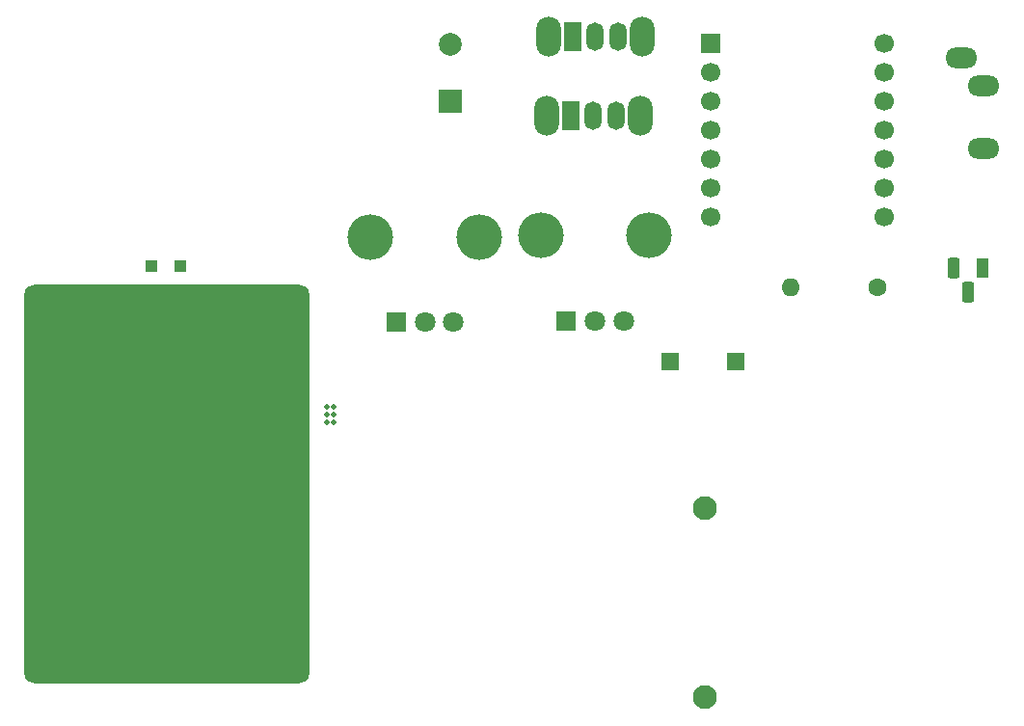
<source format=gbr>
%TF.GenerationSoftware,KiCad,Pcbnew,8.0.5*%
%TF.CreationDate,2025-07-03T02:12:51-07:00*%
%TF.ProjectId,Penguin_Paddle,50656e67-7569-46e5-9f50-6164646c652e, 4*%
%TF.SameCoordinates,Original*%
%TF.FileFunction,Soldermask,Bot*%
%TF.FilePolarity,Negative*%
%FSLAX46Y46*%
G04 Gerber Fmt 4.6, Leading zero omitted, Abs format (unit mm)*
G04 Created by KiCad (PCBNEW 8.0.5) date 2025-07-03 02:12:51*
%MOMM*%
%LPD*%
G01*
G04 APERTURE LIST*
G04 Aperture macros list*
%AMRoundRect*
0 Rectangle with rounded corners*
0 $1 Rounding radius*
0 $2 $3 $4 $5 $6 $7 $8 $9 X,Y pos of 4 corners*
0 Add a 4 corners polygon primitive as box body*
4,1,4,$2,$3,$4,$5,$6,$7,$8,$9,$2,$3,0*
0 Add four circle primitives for the rounded corners*
1,1,$1+$1,$2,$3*
1,1,$1+$1,$4,$5*
1,1,$1+$1,$6,$7*
1,1,$1+$1,$8,$9*
0 Add four rect primitives between the rounded corners*
20,1,$1+$1,$2,$3,$4,$5,0*
20,1,$1+$1,$4,$5,$6,$7,0*
20,1,$1+$1,$6,$7,$8,$9,0*
20,1,$1+$1,$8,$9,$2,$3,0*%
G04 Aperture macros list end*
%ADD10RoundRect,0.250000X-0.550000X-0.550000X0.550000X-0.550000X0.550000X0.550000X-0.550000X0.550000X0*%
%ADD11R,1.100000X1.800000*%
%ADD12RoundRect,0.275000X0.275000X0.625000X-0.275000X0.625000X-0.275000X-0.625000X0.275000X-0.625000X0*%
%ADD13C,2.100000*%
%ADD14O,4.000000X4.000000*%
%ADD15R,1.800000X1.800000*%
%ADD16C,1.800000*%
%ADD17R,1.000000X1.000000*%
%ADD18R,1.700000X1.700000*%
%ADD19C,1.700000*%
%ADD20O,2.800000X1.800000*%
%ADD21C,0.500000*%
%ADD22R,2.000000X2.000000*%
%ADD23C,2.000000*%
%ADD24C,1.600000*%
%ADD25O,1.600000X1.600000*%
%ADD26O,2.200000X3.500000*%
%ADD27R,1.500000X2.500000*%
%ADD28O,1.500000X2.500000*%
%ADD29RoundRect,0.833333X11.666667X16.666667X-11.666667X16.666667X-11.666667X-16.666667X11.666667X-16.666667X0*%
G04 APERTURE END LIST*
D10*
%TO.C,J3*%
X221410000Y-113480000D03*
%TD*%
D11*
%TO.C,Q1*%
X248870000Y-105260000D03*
D12*
X247600000Y-107330000D03*
X246330000Y-105260000D03*
%TD*%
D13*
%TO.C,REF\u002A\u002A*%
X224480000Y-142880000D03*
%TD*%
D14*
%TO.C,RV2*%
X195140000Y-102485000D03*
X204640000Y-102485000D03*
D15*
X197390000Y-109985000D03*
D16*
X199890000Y-109985000D03*
X202390000Y-109985000D03*
%TD*%
D14*
%TO.C,RV1*%
X210080000Y-102355000D03*
X219580000Y-102355000D03*
D15*
X212330000Y-109855000D03*
D16*
X214830000Y-109855000D03*
X217330000Y-109855000D03*
%TD*%
D17*
%TO.C,REF\u002A\u002A*%
X175890000Y-105040000D03*
%TD*%
D13*
%TO.C,REF\u002A\u002A*%
X224480000Y-126280000D03*
%TD*%
D18*
%TO.C,U1*%
X224980000Y-85480000D03*
D19*
X224980000Y-88020000D03*
X224980000Y-90560000D03*
X224980000Y-93100000D03*
X224980000Y-95640000D03*
X224980000Y-98180000D03*
X224980000Y-100720000D03*
X240230000Y-100720000D03*
X240230000Y-98180000D03*
X240230000Y-95640000D03*
X240230000Y-93100000D03*
X240230000Y-90560000D03*
X240230000Y-88020000D03*
X240230000Y-85480000D03*
%TD*%
D10*
%TO.C,J1*%
X227170000Y-113460000D03*
%TD*%
D20*
%TO.C,J2*%
X248960000Y-94700000D03*
X246960000Y-86800000D03*
X248960000Y-89200000D03*
%TD*%
D21*
%TO.C,mouse-bite-1mm-3mm*%
X191320000Y-118820000D03*
X191920000Y-118820000D03*
X191320000Y-118110000D03*
X191920000Y-118110000D03*
X191920000Y-117410000D03*
X191320000Y-117400000D03*
%TD*%
D22*
%TO.C,LS1*%
X202170000Y-90580000D03*
D23*
X202170000Y-85580000D03*
%TD*%
D24*
%TO.C,R1*%
X239650000Y-106960000D03*
D25*
X232030000Y-106960000D03*
%TD*%
D26*
%TO.C,SW2*%
X210580000Y-91840000D03*
X218780000Y-91840000D03*
D27*
X212680000Y-91840000D03*
D28*
X214680000Y-91840000D03*
X216680000Y-91840000D03*
%TD*%
D26*
%TO.C,SW1*%
X210770000Y-84910000D03*
X218970000Y-84910000D03*
D27*
X212870000Y-84910000D03*
D28*
X214870000Y-84910000D03*
X216870000Y-84910000D03*
%TD*%
D17*
%TO.C,REF\u002A\u002A*%
X178380000Y-105060000D03*
%TD*%
D29*
%TO.C,*%
X177230000Y-124205000D03*
%TD*%
M02*

</source>
